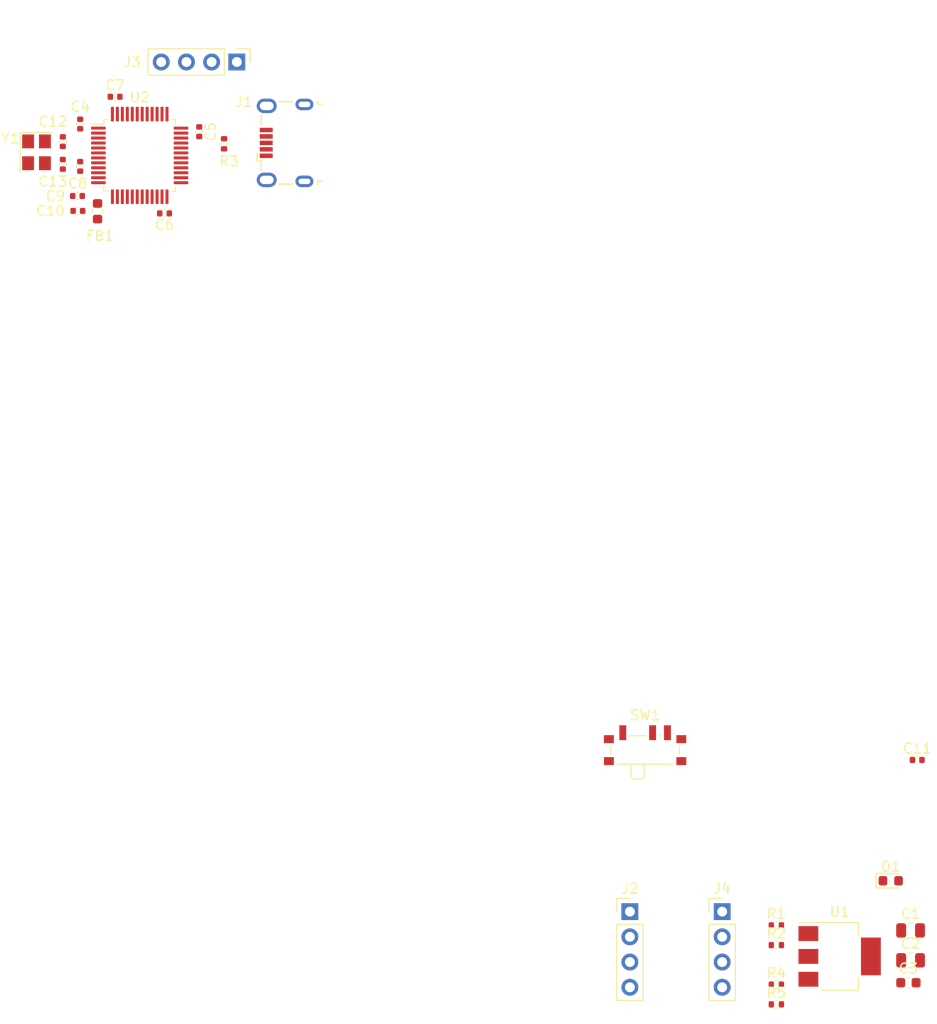
<source format=kicad_pcb>
(kicad_pcb (version 20221018) (generator pcbnew)
  (layers (0 "F.Cu" signal) (31 "B.Cu" power) (34 "B.Paste" user) (35 "F.Paste" user) (36 "B.SilkS" user "B.Silkscreen") (37 "F.SilkS" user "F.Silkscreen") (38 "B.Mask" user) (39 "F.Mask" user) (44 "Edge.Cuts" user))
  (net 0 "")
  (net 1 "VBUS")
  (net 2 "GND")
  (net 3 "+3.3V")
  (net 4 "+3.3VA")
  (net 5 "/NRST")
  (net 6 "/HSE_IN")
  (net 7 "/HSE_OUT")
  (net 8 "/PWR_LED_K")
  (net 9 "/USB_D-")
  (net 10 "/USB_D+")
  (net 13 "/USART1_TX")
  (net 14 "/USART1_RX")
  (net 15 "/SWDIO")
  (net 16 "/SWCLK")
  (net 17 "/I2C2_SCL")
  (net 18 "/I2C2_SDA")
  (net 19 "/BOOT0_SW")
  (net 20 "/BOOT0")
  (footprint "Capacitor_SMD:C_0402_1005Metric" (layer "F.Cu") (at 90.52 53.75)
    (fp_text reference "C10" (at -2.77 0) (layer "F.SilkS"))
    (fp_text value "1u")
    (fp_line (start -0.107836 -0.36) (end 0.107836 -0.36) (stroke (width 0.12)) (layer "F.SilkS"))
    (fp_line (start -0.107836 0.36) (end 0.107836 0.36) (stroke (width 0.12)) (layer "F.SilkS"))
    (pad "1" smd roundrect (at -0.48 0) (size 0.56 0.62) (layers "F.Cu" "F.Paste" "F.Mask") (net 3 "+3.3V"))
    (pad "2" smd roundrect (at 0.48 0) (size 0.56 0.62) (layers "F.Cu" "F.Paste" "F.Mask") (net 2 "GND"))
  )
  (footprint "Package_TO_SOT_SMD:SOT-223-3_TabPin2" (layer "F.Cu") (at 167.295 128.85)
    (fp_text reference "U1" (at 0 -4.5) (layer "F.SilkS"))
    (fp_text value "AMS1117-3.3")
    (fp_line (start -4.1 -3.41) (end 1.91 -3.41) (stroke (width 0.12)) (layer "F.SilkS"))
    (fp_line (start -1.85 3.41) (end 1.91 3.41) (stroke (width 0.12)) (layer "F.SilkS"))
    (fp_line (start 1.91 -3.41) (end 1.91 -2.15) (stroke (width 0.12)) (layer "F.SilkS"))
    (fp_line (start 1.91 3.41) (end 1.91 2.15) (stroke (width 0.12)) (layer "F.SilkS"))
    (pad "1" smd rect (at -3.15 -2.3) (size 2 1.5) (layers "F.Cu" "F.Paste" "F.Mask") (net 2 "GND"))
    (pad "2" smd rect (at -3.15 0) (size 2 1.5) (layers "F.Cu" "F.Paste" "F.Mask") (net 3 "+3.3V"))
    (pad "2" smd rect (at 3.15 0) (size 2 3.8) (layers "F.Cu" "F.Paste" "F.Mask") (net 3 "+3.3V"))
    (pad "3" smd rect (at -3.15 2.3) (size 2 1.5) (layers "F.Cu" "F.Paste" "F.Mask") (net 1 "VBUS"))
  )
  (footprint "Resistor_SMD:R_0402_1005Metric" (layer "F.Cu") (at 160.915 125.72)
    (fp_text reference "R1" (at 0 -1.17) (layer "F.SilkS"))
    (fp_text value "1k5")
    (fp_line (start -0.153641 -0.38) (end 0.153641 -0.38) (stroke (width 0.12)) (layer "F.SilkS"))
    (fp_line (start -0.153641 0.38) (end 0.153641 0.38) (stroke (width 0.12)) (layer "F.SilkS"))
    (pad "1" smd roundrect (at -0.51 0) (size 0.54 0.64) (layers "F.Cu" "F.Paste" "F.Mask") (net 8 "/PWR_LED_K"))
    (pad "2" smd roundrect (at 0.51 0) (size 0.54 0.64) (layers "F.Cu" "F.Paste" "F.Mask") (net 2 "GND"))
  )
  (footprint "Capacitor_SMD:C_0402_1005Metric" (layer "F.Cu") (at 175.115 109.06)
    (fp_text reference "C11" (at 0 -1.16) (layer "F.SilkS"))
    (fp_text value "100n")
    (fp_line (start -0.107836 -0.36) (end 0.107836 -0.36) (stroke (width 0.12)) (layer "F.SilkS"))
    (fp_line (start -0.107836 0.36) (end 0.107836 0.36) (stroke (width 0.12)) (layer "F.SilkS"))
    (pad "1" smd roundrect (at -0.48 0) (size 0.56 0.62) (layers "F.Cu" "F.Paste" "F.Mask") (net 5 "/NRST"))
    (pad "2" smd roundrect (at 0.48 0) (size 0.56 0.62) (layers "F.Cu" "F.Paste" "F.Mask") (net 2 "GND"))
  )
  (footprint "Connector_PinHeader_2.54mm:PinHeader_1x04_P2.54mm_Vertical" (layer "F.Cu") (at 106.54 38.75 -90)
    (fp_text reference "J3" (at 0 10.54 -180) (layer "F.SilkS"))
    (fp_text value "Conn_01x04_Pin")
    (fp_line (start -1.33 -1.33) (end 0 -1.33) (stroke (width 0.12)) (layer "F.SilkS"))
    (fp_line (start -1.33 0) (end -1.33 -1.33) (stroke (width 0.12)) (layer "F.SilkS"))
    (fp_line (start -1.33 1.27) (end -1.33 8.95) (stroke (width 0.12)) (layer "F.SilkS"))
    (fp_line (start -1.33 1.27) (end 1.33 1.27) (stroke (width 0.12)) (layer "F.SilkS"))
    (fp_line (start -1.33 8.95) (end 1.33 8.95) (stroke (width 0.12)) (layer "F.SilkS"))
    (fp_line (start 1.33 1.27) (end 1.33 8.95) (stroke (width 0.12)) (layer "F.SilkS"))
    (pad "1" thru_hole rect (at 0 0 270) (size 1.7 1.7) (drill 1) (layers "*.Cu" "*.Mask") (net 3 "+3.3V"))
    (pad "2" thru_hole oval (at 0 2.54 270) (size 1.7 1.7) (drill 1) (layers "*.Cu" "*.Mask") (net 15 "/SWDIO"))
    (pad "3" thru_hole oval (at 0 5.08 270) (size 1.7 1.7) (drill 1) (layers "*.Cu" "*.Mask") (net 16 "/SWCLK"))
    (pad "4" thru_hole oval (at 0 7.62 270) (size 1.7 1.7) (drill 1) (layers "*.Cu" "*.Mask") (net 2 "GND"))
  )
  (footprint "Capacitor_SMD:C_0402_1005Metric" (layer "F.Cu") (at 90.75 49.27 90)
    (fp_text reference "C8" (at -1.73 -0.25 180) (layer "F.SilkS"))
    (fp_text value "10n")
    (fp_line (start -0.107836 -0.36) (end 0.107836 -0.36) (stroke (width 0.12)) (layer "F.SilkS"))
    (fp_line (start -0.107836 0.36) (end 0.107836 0.36) (stroke (width 0.12)) (layer "F.SilkS"))
    (pad "1" smd roundrect (at -0.48 0 90) (size 0.56 0.62) (layers "F.Cu" "F.Paste" "F.Mask") (net 4 "+3.3VA"))
    (pad "2" smd roundrect (at 0.48 0 90) (size 0.56 0.62) (layers "F.Cu" "F.Paste" "F.Mask") (net 2 "GND"))
  )
  (footprint "Resistor_SMD:R_0402_1005Metric" (layer "F.Cu") (at 160.915 133.68)
    (fp_text reference "R5" (at 0 -1.17) (layer "F.SilkS"))
    (fp_text value "1k5")
    (fp_line (start -0.153641 -0.38) (end 0.153641 -0.38) (stroke (width 0.12)) (layer "F.SilkS"))
    (fp_line (start -0.153641 0.38) (end 0.153641 0.38) (stroke (width 0.12)) (layer "F.SilkS"))
    (pad "1" smd roundrect (at -0.51 0) (size 0.54 0.64) (layers "F.Cu" "F.Paste" "F.Mask") (net 3 "+3.3V"))
    (pad "2" smd roundrect (at 0.51 0) (size 0.54 0.64) (layers "F.Cu" "F.Paste" "F.Mask") (net 18 "/I2C2_SDA"))
  )
  (footprint "Inductor_SMD:L_0603_1608Metric" (layer "F.Cu") (at 92.5 53.7875 90)
    (fp_text reference "FB1" (at -2.4625 0.25 180) (layer "F.SilkS"))
    (fp_text value "120R")
    (fp_line (start -0.162779 -0.51) (end 0.162779 -0.51) (stroke (width 0.12)) (layer "F.SilkS"))
    (fp_line (start -0.162779 0.51) (end 0.162779 0.51) (stroke (width 0.12)) (layer "F.SilkS"))
    (pad "1" smd roundrect (at -0.7875 0 90) (size 0.875 0.95) (layers "F.Cu" "F.Paste" "F.Mask") (net 3 "+3.3V"))
    (pad "2" smd roundrect (at 0.7875 0 90) (size 0.875 0.95) (layers "F.Cu" "F.Paste" "F.Mask") (net 4 "+3.3VA"))
  )
  (footprint "LED_SMD:LED_0603_1608Metric" (layer "F.Cu") (at 172.445 121.23)
    (fp_text reference "D1" (at 0 -1.43) (layer "F.SilkS"))
    (fp_text value "LED")
    (fp_line (start -1.485 -0.735) (end -1.485 0.735) (stroke (width 0.12)) (layer "F.SilkS"))
    (fp_line (start -1.485 0.735) (end 0.8 0.735) (stroke (width 0.12)) (layer "F.SilkS"))
    (fp_line (start 0.8 -0.735) (end -1.485 -0.735) (stroke (width 0.12)) (layer "F.SilkS"))
    (pad "1" smd roundrect (at -0.7875 0) (size 0.875 0.95) (layers "F.Cu" "F.Paste" "F.Mask") (net 8 "/PWR_LED_K"))
    (pad "2" smd roundrect (at 0.7875 0) (size 0.875 0.95) (layers "F.Cu" "F.Paste" "F.Mask") (net 3 "+3.3V"))
  )
  (footprint "Capacitor_SMD:C_0402_1005Metric" (layer "F.Cu") (at 94.27 42.25)
    (fp_text reference "C7" (at 0 -1.16) (layer "F.SilkS"))
    (fp_text value "100n")
    (fp_line (start -0.107836 -0.36) (end 0.107836 -0.36) (stroke (width 0.12)) (layer "F.SilkS"))
    (fp_line (start -0.107836 0.36) (end 0.107836 0.36) (stroke (width 0.12)) (layer "F.SilkS"))
    (pad "1" smd roundrect (at -0.48 0) (size 0.56 0.62) (layers "F.Cu" "F.Paste" "F.Mask") (net 3 "+3.3V"))
    (pad "2" smd roundrect (at 0.48 0) (size 0.56 0.62) (layers "F.Cu" "F.Paste" "F.Mask") (net 2 "GND"))
  )
  (footprint "Resistor_SMD:R_0402_1005Metric" (layer "F.Cu") (at 105.25 46.99 -90)
    (fp_text reference "R3" (at 1.76 -0.5 -180) (layer "F.SilkS"))
    (fp_text value "1k5")
    (fp_line (start -0.153641 -0.38) (end 0.153641 -0.38) (stroke (width 0.12)) (layer "F.SilkS"))
    (fp_line (start -0.153641 0.38) (end 0.153641 0.38) (stroke (width 0.12)) (layer "F.SilkS"))
    (pad "1" smd roundrect (at -0.51 0 270) (size 0.54 0.64) (layers "F.Cu" "F.Paste" "F.Mask") (net 3 "+3.3V"))
    (pad "2" smd roundrect (at 0.51 0 270) (size 0.54 0.64) (layers "F.Cu" "F.Paste" "F.Mask") (net 10 "/USB_D+"))
  )
  (footprint "Button_Switch_SMD:SW_SPDT_PCM12" (layer "F.Cu") (at 147.69 107.745)
    (fp_text reference "SW1" (at 0 -3.2) (layer "F.SilkS"))
    (fp_text value "SW_SPDT")
    (fp_line (start -3.45 -0.07) (end -3.45 0.72) (stroke (width 0.12)) (layer "F.SilkS"))
    (fp_line (start -2.85 1.73) (end 2.85 1.73) (stroke (width 0.12)) (layer "F.SilkS"))
    (fp_line (start -1.6 -1.12) (end 0.1 -1.12) (stroke (width 0.12)) (layer "F.SilkS"))
    (fp_line (start -1.4 1.73) (end -1.4 3.02) (stroke (width 0.12)) (layer "F.SilkS"))
    (fp_line (start -1.4 3.02) (end -1.2 3.23) (stroke (width 0.12)) (layer "F.SilkS"))
    (fp_line (start -1.2 3.23) (end -0.3 3.23) (stroke (width 0.12)) (layer "F.SilkS"))
    (fp_line (start -0.1 3.02) (end -0.3 3.23) (stroke (width 0.12)) (layer "F.SilkS"))
    (fp_line (start -0.1 3.02) (end -0.1 1.73) (stroke (width 0.12)) (layer "F.SilkS"))
    (fp_line (start 1.4 -1.12) (end 1.6 -1.12) (stroke (width 0.12)) (layer "F.SilkS"))
    (fp_line (start 3.45 0.72) (end 3.45 -0.07) (stroke (width 0.12)) (layer "F.SilkS"))
    (pad "" smd rect (at -3.65 -0.78) (size 1 0.8) (layers "F.Cu" "F.Paste" "F.Mask"))
    (pad "" smd rect (at -3.65 1.43) (size 1 0.8) (layers "F.Cu" "F.Paste" "F.Mask"))
    (pad "" np_thru_hole circle (at -1.5 0.33) (size 0.9 0.9) (drill 0.9) (layers "*.Cu" "*.Mask"))
    (pad "" np_thru_hole circle (at 1.5 0.33) (size 0.9 0.9) (drill 0.9) (layers "*.Cu" "*.Mask"))
    (pad "" smd rect (at 3.65 -0.78) (size 1 0.8) (layers "F.Cu" "F.Paste" "F.Mask"))
    (pad "" smd rect (at 3.65 1.43) (size 1 0.8) (layers "F.Cu" "F.Paste" "F.Mask"))
    (pad "1" smd rect (at -2.25 -1.43) (size 0.7 1.5) (layers "F.Cu" "F.Paste" "F.Mask") (net 2 "GND"))
    (pad "2" smd rect (at 0.75 -1.43) (size 0.7 1.5) (layers "F.Cu" "F.Paste" "F.Mask") (net 19 "/BOOT0_SW"))
    (pad "3" smd rect (at 2.25 -1.43) (size 0.7 1.5) (layers "F.Cu" "F.Paste" "F.Mask") (net 3 "+3.3V"))
  )
  (footprint "Connector_PinHeader_2.54mm:PinHeader_1x04_P2.54mm_Vertical" (layer "F.Cu") (at 146.155 124.34)
    (fp_text reference "J2" (at 0 -2.33) (layer "F.SilkS"))
    (fp_text value "Conn_01x04_Pin")
    (fp_line (start -1.33 -1.33) (end 0 -1.33) (stroke (width 0.12)) (layer "F.SilkS"))
    (fp_line (start -1.33 0) (end -1.33 -1.33) (stroke (width 0.12)) (layer "F.SilkS"))
    (fp_line (start -1.33 1.27) (end -1.33 8.95) (stroke (width 0.12)) (layer "F.SilkS"))
    (fp_line (start -1.33 1.27) (end 1.33 1.27) (stroke (width 0.12)) (layer "F.SilkS"))
    (fp_line (start -1.33 8.95) (end 1.33 8.95) (stroke (width 0.12)) (layer "F.SilkS"))
    (fp_line (start 1.33 1.27) (end 1.33 8.95) (stroke (width 0.12)) (layer "F.SilkS"))
    (pad "1" thru_hole rect (at 0 0) (size 1.7 1.7) (drill 1) (layers "*.Cu" "*.Mask") (net 3 "+3.3V"))
    (pad "2" thru_hole oval (at 0 2.54) (size 1.7 1.7) (drill 1) (layers "*.Cu" "*.Mask") (net 13 "/USART1_TX"))
    (pad "3" thru_hole oval (at 0 5.08) (size 1.7 1.7) (drill 1) (layers "*.Cu" "*.Mask") (net 14 "/USART1_RX"))
    (pad "4" thru_hole oval (at 0 7.62) (size 1.7 1.7) (drill 1) (layers "*.Cu" "*.Mask") (net 2 "GND"))
  )
  (footprint "Capacitor_SMD:C_0603_1608Metric" (layer "F.Cu") (at 174.225 131.5)
    (fp_text reference "C3" (at 0 -1.43) (layer "F.SilkS"))
    (fp_text value "10u")
    (fp_line (start -0.14058 -0.51) (end 0.14058 -0.51) (stroke (width 0.12)) (layer "F.SilkS"))
    (fp_line (start -0.14058 0.51) (end 0.14058 0.51) (stroke (width 0.12)) (layer "F.SilkS"))
    (pad "1" smd roundrect (at -0.775 0) (size 0.9 0.95) (layers "F.Cu" "F.Paste" "F.Mask") (net 3 "+3.3V"))
    (pad "2" smd roundrect (at 0.775 0) (size 0.9 0.95) (layers "F.Cu" "F.Paste" "F.Mask") (net 2 "GND"))
  )
  (footprint "Capacitor_SMD:C_0402_1005Metric" (layer "F.Cu") (at 99.25 54 180)
    (fp_text reference "C6" (at 0 -1.16) (layer "F.SilkS"))
    (fp_text value "100n")
    (fp_line (start -0.107836 -0.36) (end 0.107836 -0.36) (stroke (width 0.12)) (layer "F.SilkS"))
    (fp_line (start -0.107836 0.36) (end 0.107836 0.36) (stroke (width 0.12)) (layer "F.SilkS"))
    (pad "1" smd roundrect (at -0.48 0 180) (size 0.56 0.62) (layers "F.Cu" "F.Paste" "F.Mask") (net 3 "+3.3V"))
    (pad "2" smd roundrect (at 0.48 0 180) (size 0.56 0.62) (layers "F.Cu" "F.Paste" "F.Mask") (net 2 "GND"))
  )
  (footprint "Crystal:Crystal_SMD_3225-4Pin_3.2x2.5mm" (layer "F.Cu") (at 86.35 47.85 -90)
    (fp_text reference "Y1" (at -1.4 2.65 -180) (layer "F.SilkS"))
    (fp_text value "16MHz")
    (fp_line (start -2 -1.65) (end -2 1.65) (stroke (width 0.12)) (layer "F.SilkS"))
    (fp_line (start -2 1.65) (end 2 1.65) (stroke (width 0.12)) (layer "F.SilkS"))
    (pad "1" smd rect (at -1.1 0.85 270) (size 1.4 1.2) (layers "F.Cu" "F.Paste" "F.Mask") (net 6 "/HSE_IN"))
    (pad "2" smd rect (at 1.1 0.85 270) (size 1.4 1.2) (layers "F.Cu" "F.Paste" "F.Mask") (net 2 "GND"))
    (pad "3" smd rect (at 1.1 -0.85 270) (size 1.4 1.2) (layers "F.Cu" "F.Paste" "F.Mask") (net 7 "/HSE_OUT"))
    (pad "4" smd rect (at -1.1 -0.85 270) (size 1.4 1.2) (layers "F.Cu" "F.Paste" "F.Mask") (net 2 "GND"))
  )
  (footprint "Capacitor_SMD:C_0402_1005Metric" (layer "F.Cu") (at 102.75 45.77 -90)
    (fp_text reference "C5" (at 0 -1.16 90) (layer "F.SilkS"))
    (fp_text value "100n")
    (fp_line (start -0.107836 -0.36) (end 0.107836 -0.36) (stroke (width 0.12)) (layer "F.SilkS"))
    (fp_line (start -0.107836 0.36) (end 0.107836 0.36) (stroke (width 0.12)) (layer "F.SilkS"))
    (pad "1" smd roundrect (at -0.48 0 270) (size 0.56 0.62) (layers "F.Cu" "F.Paste" "F.Mask") (net 3 "+3.3V"))
    (pad "2" smd roundrect (at 0.48 0 270) (size 0.56 0.62) (layers "F.Cu" "F.Paste" "F.Mask") (net 2 "GND"))
  )
  (footprint "Package_QFP:LQFP-48_7x7mm_P0.5mm" (layer "F.Cu") (at 96.75 48.1625)
    (fp_text reference "U2" (at 0 -5.85) (layer "F.SilkS"))
    (fp_text value "STM32F103C8Tx")
    (fp_line (start -3.61 -3.61) (end -3.61 -3.16) (stroke (width 0.12)) (layer "F.SilkS"))
    (fp_line (start -3.61 -3.16) (end -4.9 -3.16) (stroke (width 0.12)) (layer "F.SilkS"))
    (fp_line (start -3.61 3.61) (end -3.61 3.16) (stroke (width 0.12)) (layer "F.SilkS"))
    (fp_line (start -3.16 -3.61) (end -3.61 -3.61) (stroke (width 0.12)) (layer "F.SilkS"))
    (fp_line (start -3.16 3.61) (end -3.61 3.61) (stroke (width 0.12)) (layer "F.SilkS"))
    (fp_line (start 3.16 -3.61) (end 3.61 -3.61) (stroke (width 0.12)) (layer "F.SilkS"))
    (fp_line (start 3.16 3.61) (end 3.61 3.61) (stroke (width 0.12)) (layer "F.SilkS"))
    (fp_line (start 3.61 -3.61) (end 3.61 -3.16) (stroke (width 0.12)) (layer "F.SilkS"))
    (fp_line (start 3.61 3.61) (end 3.61 3.16) (stroke (width 0.12)) (layer "F.SilkS"))
    (pad "1" smd roundrect (at -4.1625 -2.75) (size 1.475 0.3) (layers "F.Cu" "F.Paste" "F.Mask") (net 3 "+3.3V"))
    (pad "2" smd roundrect (at -4.1625 -2.25) (size 1.475 0.3) (layers "F.Cu" "F.Paste" "F.Mask"))
    (pad "3" smd roundrect (at -4.1625 -1.75) (size 1.475 0.3) (layers "F.Cu" "F.Paste" "F.Mask"))
    (pad "4" smd roundrect (at -4.1625 -1.25) (size 1.475 0.3) (layers "F.Cu" "F.Paste" "F.Mask"))
    (pad "5" smd roundrect (at -4.1625 -0.75) (size 1.475 0.3) (layers "F.Cu" "F.Paste" "F.Mask") (net 6 "/HSE_IN"))
    (pad "6" smd roundrect (at -4.1625 -0.25) (size 1.475 0.3) (layers "F.Cu" "F.Paste" "F.Mask") (net 7 "/HSE_OUT"))
    (pad "7" smd roundrect (at -4.1625 0.25) (size 1.475 0.3) (layers "F.Cu" "F.Paste" "F.Mask") (net 5 "/NRST"))
    (pad "8" smd roundrect (at -4.1625 0.75) (size 1.475 0.3) (layers "F.Cu" "F.Paste" "F.Mask") (net 2 "GND"))
    (pad "9" smd roundrect (at -4.1625 1.25) (size 1.475 0.3) (layers "F.Cu" "F.Paste" "F.Mask") (net 4 "+3.3VA"))
    (pad "10" smd roundrect (at -4.1625 1.75) (size 1.475 0.3) (layers "F.Cu" "F.Paste" "F.Mask"))
    (pad "11" smd roundrect (at -4.1625 2.25) (size 1.475 0.3) (layers "F.Cu" "F.Paste" "F.Mask"))
    (pad "12" smd roundrect (at -4.1625 2.75) (size 1.475 0.3) (layers "F.Cu" "F.Paste" "F.Mask"))
    (pad "13" smd roundrect (at -2.75 4.1625) (size 0.3 1.475) (layers "F.Cu" "F.Paste" "F.Mask"))
    (pad "14" smd roundrect (at -2.25 4.1625) (size 0.3 1.475) (layers "F.Cu" "F.Paste" "F.Mask"))
    (pad "15" smd roundrect (at -1.75 4.1625) (size 0.3 1.475) (layers "F.Cu" "F.Paste" "F.Mask"))
    (pad "16" smd roundrect (at -1.25 4.1625) (size 0.3 1.475) (layers "F.Cu" "F.Paste" "F.Mask"))
    (pad "17" smd roundrect (at -0.75 4.1625) (size 0.3 1.475) (layers "F.Cu" "F.Paste" "F.Mask"))
    (pad "18" smd roundrect (at -0.25 4.1625) (size 0.3 1.475) (layers "F.Cu" "F.Paste" "F.Mask"))
    (pad "19" smd roundrect (at 0.25 4.1625) (size 0.3 1.475) (layers "F.Cu" "F.Paste" "F.Mask"))
    (pad "20" smd roundrect (at 0.75 4.1625) (size 0.3 1.475) (layers "F.Cu" "F.Paste" "F.Mask"))
    (pad "21" smd roundrect (at 1.25 4.1625) (size 0.3 1.475) (layers "F.Cu" "F.Paste" "F.Mask") (net 17 "/I2C2_SCL"))
    (pad "22" smd roundrect (at 1.75 4.1625) (size 0.3 1.475) (layers "F.Cu" "F.Paste" "F.Mask") (net 18 "/I2C2_SDA"))
    (pad "23" smd roundrect (at 2.25 4.1625) (size 0.3 1.475) (layers "F.Cu" "F.Paste" "F.Mask") (net 2 "GND"))
    (pad "24" smd roundrect (at 2.75 4.1625) (size 0.3 1.475) (layers "F.Cu" "F.Paste" "F.Mask") (net 3 "+3.3V"))
    (pad "25" smd roundrect (at 4.1625 2.75) (size 1.475 0.3) (layers "F.Cu" "F.Paste" "F.Mask"))
    (pad "26" smd roundrect (at 4.1625 2.25) (size 1.475 0.3) (layers "F.Cu" "F.Paste" "F.Mask"))
    (pad "27" smd roundrect (at 4.1625 1.75) (size 1.475 0.3) (layers "F.Cu" "F.Paste" "F.Mask"))
    (pad "28" smd roundrect (at 4.1625 1.25) (size 1.475 0.3) (layers "F.Cu" "F.Paste" "F.Mask"))
    (pad "29" smd roundrect (at 4.1625 0.75) (size 1.475 0.3) (layers "F.Cu" "F.Paste" "F.Mask"))
    (pad "30" smd roundrect (at 4.1625 0.25) (size 1.475 0.3) (layers "F.Cu" "F.Paste" "F.Mask"))
    (pad "31" smd roundrect (at 4.1625 -0.25) (size 1.475 0.3) (layers "F.Cu" "F.Paste" "F.Mask"))
    (pad "32" smd roundrect (at 4.1625 -0.75) (size 1.475 0.3) (layers "F.Cu" "F.Paste" "F.Mask") (net 9 "/USB_D-"))
    (pad "33" smd roundrect (at 4.1625 -1.25) (size 1.475 0.3) (layers "F.Cu" "F.Paste" "F.Mask") (net 10 "/USB_D+"))
    (pad "34" smd roundrect (at 4.1625 -1.75) (size 1.475 0.3) (layers "F.Cu" "F.Paste" "F.Mask") (net 15 "/SWDIO"))
    (pad "35" smd roundrect (at 4.1625 -2.25) (size 1.475 0.3) (layers "F.Cu" "F.Paste" "F.Mask") (net 2 "GND"))
    (pad "36" smd roundrect (at 4.1625 -2.75) (size 1.475 0.3) (layers "F.Cu" "F.Paste" "F.Mask") (net 3 "+3.3V"))
    (pad "37" smd roundrect (at 2.75 -4.1625) (size 0.3 1.475) (layers "F.Cu" "F.Paste" "F.Mask") (net 16 "/SWCLK"))
    (pad "38" smd roundrect (at 2.25 -4.1625) (size 0.3 1.475) (layers "F.Cu" "F.Paste" "F.Mask"))
    (pad "39" smd roundrect (at 1.75 -4.1625) (size 0.3 1.475) (layers "F.Cu" "F.Paste" "F.Mask"))
    (pad "40" smd roundrect (at 1.25 -4.1625) (size 0.3 1.475) (layers "F.Cu" "F.Paste" "F.Mask"))
    (pad "41" smd roundrect (at 0.75 -4.1625) (size 0.3 1.475) (layers "F.Cu" "F.Paste" "F.Mask"))
    (pad "42" smd roundrect (at 0.25 -4.1625) (size 0.3 1.475) (layers "F.Cu" "F.Paste" "F.Mask") (net 13 "/USART1_TX"))
    (pad "43" smd roundrect (at -0.25 -4.1625) (size 0.3 1.475) (layers "F.Cu" "F.Paste" "F.Mask") (net 14 "/USART1_RX"))
    (pad "44" smd roundrect (at -0.75 -4.1625) (size 0.3 1.475) (layers "F.Cu" "F.Paste" "F.Mask") (net 20 "/BOOT0"))
    (pad "45" smd roundrect (at -1.25 -4.1625) (size 0.3 1.475) (layers "F.Cu" "F.Paste" "F.Mask"))
    (pad "46" smd roundrect (at -1.75 -4.1625) (size 0.3 1.475) (layers "F.Cu" "F.Paste" "F.Mask"))
    (pad "47" smd roundrect (at -2.25 -4.1625) (size 0.3 1.475) (layers "F.Cu" "F.Paste" "F.Mask") (net 2 "GND"))
    (pad "48" smd roundrect (at -2.75 -4.1625) (size 0.3 1.475) (layers "F.Cu" "F.Paste" "F.Mask") (net 3 "+3.3V"))
  )
  (footprint "Capacitor_SMD:C_0805_2012Metric" (layer "F.Cu") (at 174.445 126.23)
    (fp_text reference "C1" (at 0 -1.68) (layer "F.SilkS"))
    (fp_text value "22u")
    (fp_line (start -0.261252 -0.735) (end 0.261252 -0.735) (stroke (width 0.12)) (layer "F.SilkS"))
    (fp_line (start -0.261252 0.735) (end 0.261252 0.735) (stroke (width 0.12)) (layer "F.SilkS"))
    (pad "1" smd roundrect (at -0.95 0) (size 1 1.45) (layers "F.Cu" "F.Paste" "F.Mask") (net 1 "VBUS"))
    (pad "2" smd roundrect (at 0.95 0) (size 1 1.45) (layers "F.Cu" "F.Paste" "F.Mask") (net 2 "GND"))
  )
  (footprint "Capacitor_SMD:C_0805_2012Metric" (layer "F.Cu") (at 174.445 129.24)
    (fp_text reference "C2" (at 0 -1.68) (layer "F.SilkS"))
    (fp_text value "22u")
    (fp_line (start -0.261252 -0.735) (end 0.261252 -0.735) (stroke (width 0.12)) (layer "F.SilkS"))
    (fp_line (start -0.261252 0.735) (end 0.261252 0.735) (stroke (width 0.12)) (layer "F.SilkS"))
    (pad "1" smd roundrect (at -0.95 0) (size 1 1.45) (layers "F.Cu" "F.Paste" "F.Mask") (net 3 "+3.3V"))
    (pad "2" smd roundrect (at 0.95 0) (size 1 1.45) (layers "F.Cu" "F.Paste" "F.Mask") (net 2 "GND"))
  )
  (footprint "Capacitor_SMD:C_0402_1005Metric" (layer "F.Cu") (at 90.48 52.25 180)
    (fp_text reference "C9" (at 2.23 0) (layer "F.SilkS"))
    (fp_text value "1u")
    (fp_line (start -0.107836 -0.36) (end 0.107836 -0.36) (stroke (width 0.12)) (layer "F.SilkS"))
    (fp_line (start -0.107836 0.36) (end 0.107836 0.36) (stroke (width 0.12)) (layer "F.SilkS"))
    (pad "1" smd roundrect (at -0.48 0 180) (size 0.56 0.62) (layers "F.Cu" "F.Paste" "F.Mask") (net 4 "+3.3VA"))
    (pad "2" smd roundrect (at 0.48 0 180) (size 0.56 0.62) (layers "F.Cu" "F.Paste" "F.Mask") (net 2 "GND"))
  )
  (footprint "Capacitor_SMD:C_0402_1005Metric" (layer "F.Cu") (at 89 49.06 90)
    (fp_text reference "C13" (at -1.73 -1 180) (layer "F.SilkS"))
    (fp_text value "10p")
    (fp_line (start -0.107836 -0.36) (end 0.107836 -0.36) (stroke (width 0.12)) (layer "F.SilkS"))
    (fp_line (start -0.107836 0.36) (end 0.107836 0.36) (stroke (width 0.12)) (layer "F.SilkS"))
    (pad "1" smd roundrect (at -0.48 0 90) (size 0.56 0.62) (layers "F.Cu" "F.Paste" "F.Mask") (net 7 "/HSE_OUT"))
    (pad "2" smd roundrect (at 0.48 0 90) (size 0.56 0.62) (layers "F.Cu" "F.Paste" "F.Mask") (net 2 "GND"))
  )
  (footprint "Resistor_SMD:R_0402_1005Metric" (layer "F.Cu") (at 160.915 127.71)
    (fp_text reference "R2" (at 0 -1.17) (layer "F.SilkS"))
    (fp_text value "10k")
    (fp_line (start -0.153641 -0.38) (end 0.153641 -0.38) (stroke (width 0.12)) (layer "F.SilkS"))
    (fp_line (start -0.153641 0.38) (end 0.153641 0.38) (stroke (width 0.12)) (layer "F.SilkS"))
    (pad "1" smd roundrect (at -0.51 0) (size 0.54 0.64) (layers "F.Cu" "F.Paste" "F.Mask") (net 19 "/BOOT0_SW"))
    (pad "2" smd roundrect (at 0.51 0) (size 0.54 0.64) (layers "F.Cu" "F.Paste" "F.Mask") (net 20 "/BOOT0"))
  )
  (footprint "Connector_PinHeader_2.54mm:PinHeader_1x04_P2.54mm_Vertical" (layer "F.Cu") (at 155.455 124.34)
    (fp_text reference "J4" (at 0 -2.33) (layer "F.SilkS"))
    (fp_text value "Conn_01x04_Pin")
    (fp_line (start -1.33 -1.33) (end 0 -1.33) (stroke (width 0.12)) (layer "F.SilkS"))
    (fp_line (start -1.33 0) (end -1.33 -1.33) (stroke (width 0.12)) (layer "F.SilkS"))
    (fp_line (start -1.33 1.27) (end -1.33 8.95) (stroke (width 0.12)) (layer "F.SilkS"))
    (fp_line (start -1.33 1.27) (end 1.33 1.27) (stroke (width 0.12)) (layer "F.SilkS"))
    (fp_line (start -1.33 8.95) (end 1.33 8.95) (stroke (width 0.12)) (layer "F.SilkS"))
    (fp_line (start 1.33 1.27) (end 1.33 8.95) (stroke (width 0.12)) (layer "F.SilkS"))
    (pad "1" thru_hole rect (at 0 0) (size 1.7 1.7) (drill 1) (layers "*.Cu" "*.Mask") (net 3 "+3.3V"))
    (pad "2" thru_hole oval (at 0 2.54) (size 1.7 1.7) (drill 1) (layers "*.Cu" "*.Mask") (net 17 "/I2C2_SCL"))
    (pad "3" thru_hole oval (at 0 5.08) (size 1.7 1.7) (drill 1) (layers "*.Cu" "*.Mask") (net 18 "/I2C2_SDA"))
    (pad "4" thru_hole oval (at 0 7.62) (size 1.7 1.7) (drill 1) (layers "*.Cu" "*.Mask") (net 2 "GND"))
  )
  (footprint "Capacitor_SMD:C_0402_1005Metric" (layer "F.Cu") (at 89 46.77 90)
    (fp_text reference "C12" (at 2.02 -1 180) (layer "F.SilkS"))
    (fp_text value "10p")
    (fp_line (start -0.107836 -0.36) (end 0.107836 -0.36) (stroke (width 0.12)) (layer "F.SilkS"))
    (fp_line (start -0.107836 0.36) (end 0.107836 0.36) (stroke (width 0.12)) (layer "F.SilkS"))
    (pad "1" smd roundrect (at -0.48 0 90) (size 0.56 0.62) (layers "F.Cu" "F.Paste" "F.Mask") (net 6 "/HSE_IN"))
    (pad "2" smd roundrect (at 0.48 0 90) (size 0.56 0.62) (layers "F.Cu" "F.Paste" "F.Mask") (net 2 "GND"))
  )
  (footprint "Capacitor_SMD:C_0402_1005Metric" (layer "F.Cu") (at 90.75 45 90)
    (fp_text reference "C4" (at 1.75 0 180) (layer "F.SilkS"))
    (fp_text value "100n")
    (fp_line (start -0.107836 -0.36) (end 0.107836 -0.36) (stroke (width 0.12)) (layer "F.SilkS"))
    (fp_line (start -0.107836 0.36) (end 0.107836 0.36) (stroke (width 0.12)) (layer "F.SilkS"))
    (pad "1" smd roundrect (at -0.48 0 90) (size 0.56 0.62) (layers "F.Cu" "F.Paste" "F.Mask") (net 3 "+3.3V"))
    (pad "2" smd roundrect (at 0.48 0 90) (size 0.56 0.62) (layers "F.Cu" "F.Paste" "F.Mask") (net 2 "GND"))
  )
  (footprint "Connector_USB:USB_Micro-B_Wuerth_629105150521" (layer "F.Cu") (at 111.4 46.9 90)
    (fp_text reference "J1" (at 4.15 -4.15 180) (layer "F.SilkS"))
    (fp_text value "USB_B_Micro")
    (fp_line (start -4.15 -0.65) (end -4.15 0.75) (stroke (width 0.15)) (layer "F.SilkS"))
    (fp_line (start -4.15 3.15) (end -4.15 3.3) (stroke (width 0.15)) (layer "F.SilkS"))
    (fp_line (start -4.15 3.3) (end -3.85 3.3) (stroke (width 0.15)) (layer "F.SilkS"))
    (fp_line (start -3.85 3.3) (end -3.85 3.75) (stroke (width 0.15)) (layer "F.SilkS"))
    (fp_line (start -1.8 -2.825) (end -1.8 -2.4) (stroke (width 0.15)) (layer "F.SilkS"))
    (fp_line (start -1.8 -2.4) (end -2.8 -2.4) (stroke (width 0.15)) (layer "F.SilkS"))
    (fp_line (start -1.075 -2.825) (end -1.8 -2.825) (stroke (width 0.15)) (layer "F.SilkS"))
    (fp_line (start 1.8 -2.4) (end 2.8 -2.4) (stroke (width 0.15)) (layer "F.SilkS"))
    (fp_line (start 3.85 3.3) (end 4.15 3.3) (stroke (width 0.15)) (layer "F.SilkS"))
    (fp_line (start 3.85 3.75) (end 3.85 3.3) (stroke (width 0.15)) (layer "F.SilkS"))
    (fp_line (start 4.15 0.75) (end 4.15 -0.65) (stroke (width 0.15)) (layer "F.SilkS"))
    (fp_line (start 4.15 3.3) (end 4.15 3.15) (stroke (width 0.15)) (layer "F.SilkS"))
    (pad "" np_thru_hole oval (at -2.5 -0.8 90) (size 0.8 0.8) (drill 0.8) (layers "*.Cu" "*.Mask"))
    (pad "" np_thru_hole oval (at 2.5 -0.8 90) (size 0.8 0.8) (drill 0.8) (layers "*.Cu" "*.Mask"))
    (pad "1" smd rect (at -1.3 -1.9 90) (size 0.45 1.3) (layers "F.Cu" "F.Paste" "F.Mask") (net 1 "VBUS"))
    (pad "2" smd rect (at -0.65 -1.9 90) (size 0.45 1.3) (layers "F.Cu" "F.Paste" "F.Mask") (net 9 "/USB_D-"))
    (pad "3" smd rect (at 0 -1.9 90) (size 0.45 1.3) (layers "F.Cu" "F.Paste" "F.Mask") (net 10 "/USB_D+"))
    (pad "4" smd rect (at 0.65 -1.9 90) (size 0.45 1.3) (layers "F.Cu" "F.Paste" "F.Mask"))
    (pad "5" smd rect (at 1.3 -1.9 90) (size 0.45 1.3) (layers "F.Cu" "F.Paste" "F.Mask") (net 2 "GND"))
    (pad "6" thru_hole oval (at -3.875 1.95 90) (size 1.15 1.8) (drill oval 0.55 1.2) (layers "*.Cu" "*.Mask"))
    (pad "6" thru_hole oval (at -3.725 -1.85 90) (size 1.45 2) (drill oval 0.85 1.4) (layers "*.Cu" "*.Mask"))
    (pad "6" thru_hole oval (at 3.725 -1.85 90) (size 1.45 2) (drill oval 0.85 1.4) (layers "*.Cu" "*.Mask"))
    (pad "6" thru_hole oval (at 3.875 1.95 90) (size 1.15 1.8) (drill oval 0.55 1.2) (layers "*.Cu" "*.Mask"))
  )
  (footprint "Resistor_SMD:R_0402_1005Metric" (layer "F.Cu") (at 160.915 131.69)
    (fp_text reference "R4" (at 0 -1.17) (layer "F.SilkS"))
    (fp_text value "1k5")
    (fp_line (start -0.153641 -0.38) (end 0.153641 -0.38) (stroke (width 0.12)) (layer "F.SilkS"))
    (fp_line (start -0.153641 0.38) (end 0.153641 0.38) (stroke (width 0.12)) (layer "F.SilkS"))
    (pad "1" smd roundrect (at -0.51 0) (size 0.54 0.64) (layers "F.Cu" "F.Paste" "F.Mask") (net 3 "+3.3V"))
    (pad "2" smd roundrect (at 0.51 0) (size 0.54 0.64) (layers "F.Cu" "F.Paste" "F.Mask") (net 17 "/I2C2_SCL"))
  )
)
</source>
